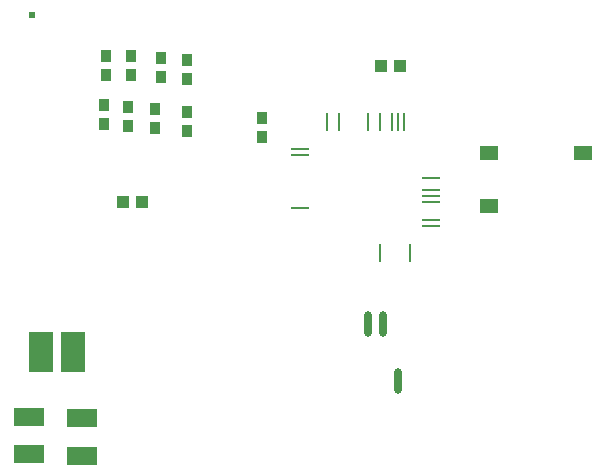
<source format=gbp>
G04*
G04 #@! TF.GenerationSoftware,Altium Limited,Altium Designer,19.1.5 (86)*
G04*
G04 Layer_Color=128*
%FSLAX25Y25*%
%MOIN*%
G70*
G01*
G75*
%ADD17R,0.04134X0.03937*%
%ADD19O,0.06287X0.00381*%
%ADD20O,0.00381X0.06287*%
%ADD22O,0.02362X0.08661*%
%ADD23R,0.06122X0.05118*%
%ADD25R,0.02264X0.02441*%
%ADD53R,0.07874X0.13780*%
%ADD54R,0.03740X0.03937*%
%ADD55R,0.09843X0.05906*%
D17*
X332000Y293000D02*
D03*
X325701D02*
D03*
X411850Y338500D02*
D03*
X418150D02*
D03*
D19*
X384650Y310795D02*
D03*
Y308827D02*
D03*
Y291110D02*
D03*
X428350Y285205D02*
D03*
Y293079D02*
D03*
Y295047D02*
D03*
Y297016D02*
D03*
Y300953D02*
D03*
Y287173D02*
D03*
D20*
X411421Y276150D02*
D03*
X421264D02*
D03*
X419295Y319850D02*
D03*
X417327D02*
D03*
X415358D02*
D03*
X411421D02*
D03*
X407484D02*
D03*
X397642D02*
D03*
X393705D02*
D03*
D22*
X417500Y233551D02*
D03*
X407500Y252449D02*
D03*
X412500D02*
D03*
D23*
X479150Y309358D02*
D03*
X447850Y291642D02*
D03*
Y309358D02*
D03*
D25*
X295500Y355520D02*
D03*
D53*
X298500Y243000D02*
D03*
X309130D02*
D03*
D54*
X338500Y334701D02*
D03*
Y341000D02*
D03*
X347000Y334201D02*
D03*
Y340500D02*
D03*
X328500Y335350D02*
D03*
Y341650D02*
D03*
X320000Y335350D02*
D03*
Y341650D02*
D03*
X336500Y317850D02*
D03*
Y324150D02*
D03*
X327500Y318350D02*
D03*
Y324650D02*
D03*
X319500Y319201D02*
D03*
Y325500D02*
D03*
X347000Y316850D02*
D03*
Y323150D02*
D03*
X372000Y314850D02*
D03*
Y321150D02*
D03*
D55*
X294500Y208980D02*
D03*
Y221500D02*
D03*
X312000Y208480D02*
D03*
Y221000D02*
D03*
M02*

</source>
